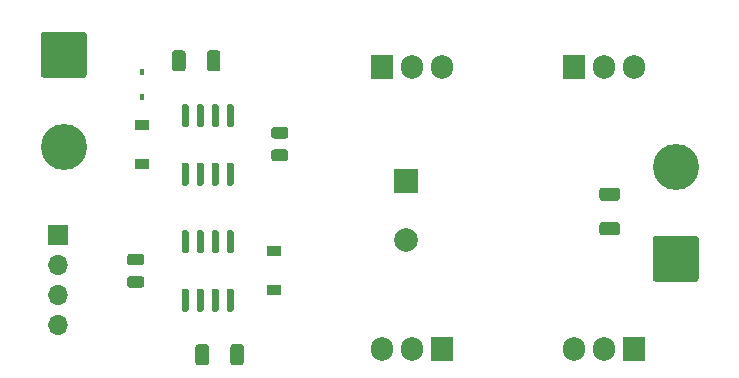
<source format=gbr>
%TF.GenerationSoftware,KiCad,Pcbnew,(5.1.7)-1*%
%TF.CreationDate,2020-11-11T23:56:32-08:00*%
%TF.ProjectId,H-Bridge,482d4272-6964-4676-952e-6b696361645f,rev?*%
%TF.SameCoordinates,PXac78580PY6fe96a0*%
%TF.FileFunction,Soldermask,Top*%
%TF.FilePolarity,Negative*%
%FSLAX46Y46*%
G04 Gerber Fmt 4.6, Leading zero omitted, Abs format (unit mm)*
G04 Created by KiCad (PCBNEW (5.1.7)-1) date 2020-11-11 23:56:32*
%MOMM*%
%LPD*%
G01*
G04 APERTURE LIST*
%ADD10O,1.700000X1.700000*%
%ADD11R,1.700000X1.700000*%
%ADD12R,1.200000X0.900000*%
%ADD13O,1.905000X2.000000*%
%ADD14R,1.905000X2.000000*%
%ADD15C,3.900000*%
%ADD16R,0.450000X0.600000*%
%ADD17C,2.000000*%
%ADD18R,2.000000X2.000000*%
G04 APERTURE END LIST*
D10*
%TO.C,J1*%
X2540000Y12700000D03*
X2540000Y15240000D03*
X2540000Y17780000D03*
D11*
X2540000Y20320000D03*
%TD*%
D12*
%TO.C,D2*%
X20828000Y18922000D03*
X20828000Y15622000D03*
%TD*%
%TO.C,D1*%
X9652000Y26290000D03*
X9652000Y29590000D03*
%TD*%
%TO.C,U2*%
G36*
G01*
X16995000Y15772000D02*
X17295000Y15772000D01*
G75*
G02*
X17445000Y15622000I0J-150000D01*
G01*
X17445000Y13972000D01*
G75*
G02*
X17295000Y13822000I-150000J0D01*
G01*
X16995000Y13822000D01*
G75*
G02*
X16845000Y13972000I0J150000D01*
G01*
X16845000Y15622000D01*
G75*
G02*
X16995000Y15772000I150000J0D01*
G01*
G37*
G36*
G01*
X15725000Y15772000D02*
X16025000Y15772000D01*
G75*
G02*
X16175000Y15622000I0J-150000D01*
G01*
X16175000Y13972000D01*
G75*
G02*
X16025000Y13822000I-150000J0D01*
G01*
X15725000Y13822000D01*
G75*
G02*
X15575000Y13972000I0J150000D01*
G01*
X15575000Y15622000D01*
G75*
G02*
X15725000Y15772000I150000J0D01*
G01*
G37*
G36*
G01*
X14455000Y15772000D02*
X14755000Y15772000D01*
G75*
G02*
X14905000Y15622000I0J-150000D01*
G01*
X14905000Y13972000D01*
G75*
G02*
X14755000Y13822000I-150000J0D01*
G01*
X14455000Y13822000D01*
G75*
G02*
X14305000Y13972000I0J150000D01*
G01*
X14305000Y15622000D01*
G75*
G02*
X14455000Y15772000I150000J0D01*
G01*
G37*
G36*
G01*
X13185000Y15772000D02*
X13485000Y15772000D01*
G75*
G02*
X13635000Y15622000I0J-150000D01*
G01*
X13635000Y13972000D01*
G75*
G02*
X13485000Y13822000I-150000J0D01*
G01*
X13185000Y13822000D01*
G75*
G02*
X13035000Y13972000I0J150000D01*
G01*
X13035000Y15622000D01*
G75*
G02*
X13185000Y15772000I150000J0D01*
G01*
G37*
G36*
G01*
X13185000Y20722000D02*
X13485000Y20722000D01*
G75*
G02*
X13635000Y20572000I0J-150000D01*
G01*
X13635000Y18922000D01*
G75*
G02*
X13485000Y18772000I-150000J0D01*
G01*
X13185000Y18772000D01*
G75*
G02*
X13035000Y18922000I0J150000D01*
G01*
X13035000Y20572000D01*
G75*
G02*
X13185000Y20722000I150000J0D01*
G01*
G37*
G36*
G01*
X14455000Y20722000D02*
X14755000Y20722000D01*
G75*
G02*
X14905000Y20572000I0J-150000D01*
G01*
X14905000Y18922000D01*
G75*
G02*
X14755000Y18772000I-150000J0D01*
G01*
X14455000Y18772000D01*
G75*
G02*
X14305000Y18922000I0J150000D01*
G01*
X14305000Y20572000D01*
G75*
G02*
X14455000Y20722000I150000J0D01*
G01*
G37*
G36*
G01*
X15725000Y20722000D02*
X16025000Y20722000D01*
G75*
G02*
X16175000Y20572000I0J-150000D01*
G01*
X16175000Y18922000D01*
G75*
G02*
X16025000Y18772000I-150000J0D01*
G01*
X15725000Y18772000D01*
G75*
G02*
X15575000Y18922000I0J150000D01*
G01*
X15575000Y20572000D01*
G75*
G02*
X15725000Y20722000I150000J0D01*
G01*
G37*
G36*
G01*
X16995000Y20722000D02*
X17295000Y20722000D01*
G75*
G02*
X17445000Y20572000I0J-150000D01*
G01*
X17445000Y18922000D01*
G75*
G02*
X17295000Y18772000I-150000J0D01*
G01*
X16995000Y18772000D01*
G75*
G02*
X16845000Y18922000I0J150000D01*
G01*
X16845000Y20572000D01*
G75*
G02*
X16995000Y20722000I150000J0D01*
G01*
G37*
%TD*%
%TO.C,U1*%
G36*
G01*
X13485000Y29440000D02*
X13185000Y29440000D01*
G75*
G02*
X13035000Y29590000I0J150000D01*
G01*
X13035000Y31240000D01*
G75*
G02*
X13185000Y31390000I150000J0D01*
G01*
X13485000Y31390000D01*
G75*
G02*
X13635000Y31240000I0J-150000D01*
G01*
X13635000Y29590000D01*
G75*
G02*
X13485000Y29440000I-150000J0D01*
G01*
G37*
G36*
G01*
X14755000Y29440000D02*
X14455000Y29440000D01*
G75*
G02*
X14305000Y29590000I0J150000D01*
G01*
X14305000Y31240000D01*
G75*
G02*
X14455000Y31390000I150000J0D01*
G01*
X14755000Y31390000D01*
G75*
G02*
X14905000Y31240000I0J-150000D01*
G01*
X14905000Y29590000D01*
G75*
G02*
X14755000Y29440000I-150000J0D01*
G01*
G37*
G36*
G01*
X16025000Y29440000D02*
X15725000Y29440000D01*
G75*
G02*
X15575000Y29590000I0J150000D01*
G01*
X15575000Y31240000D01*
G75*
G02*
X15725000Y31390000I150000J0D01*
G01*
X16025000Y31390000D01*
G75*
G02*
X16175000Y31240000I0J-150000D01*
G01*
X16175000Y29590000D01*
G75*
G02*
X16025000Y29440000I-150000J0D01*
G01*
G37*
G36*
G01*
X17295000Y29440000D02*
X16995000Y29440000D01*
G75*
G02*
X16845000Y29590000I0J150000D01*
G01*
X16845000Y31240000D01*
G75*
G02*
X16995000Y31390000I150000J0D01*
G01*
X17295000Y31390000D01*
G75*
G02*
X17445000Y31240000I0J-150000D01*
G01*
X17445000Y29590000D01*
G75*
G02*
X17295000Y29440000I-150000J0D01*
G01*
G37*
G36*
G01*
X17295000Y24490000D02*
X16995000Y24490000D01*
G75*
G02*
X16845000Y24640000I0J150000D01*
G01*
X16845000Y26290000D01*
G75*
G02*
X16995000Y26440000I150000J0D01*
G01*
X17295000Y26440000D01*
G75*
G02*
X17445000Y26290000I0J-150000D01*
G01*
X17445000Y24640000D01*
G75*
G02*
X17295000Y24490000I-150000J0D01*
G01*
G37*
G36*
G01*
X16025000Y24490000D02*
X15725000Y24490000D01*
G75*
G02*
X15575000Y24640000I0J150000D01*
G01*
X15575000Y26290000D01*
G75*
G02*
X15725000Y26440000I150000J0D01*
G01*
X16025000Y26440000D01*
G75*
G02*
X16175000Y26290000I0J-150000D01*
G01*
X16175000Y24640000D01*
G75*
G02*
X16025000Y24490000I-150000J0D01*
G01*
G37*
G36*
G01*
X14755000Y24490000D02*
X14455000Y24490000D01*
G75*
G02*
X14305000Y24640000I0J150000D01*
G01*
X14305000Y26290000D01*
G75*
G02*
X14455000Y26440000I150000J0D01*
G01*
X14755000Y26440000D01*
G75*
G02*
X14905000Y26290000I0J-150000D01*
G01*
X14905000Y24640000D01*
G75*
G02*
X14755000Y24490000I-150000J0D01*
G01*
G37*
G36*
G01*
X13485000Y24490000D02*
X13185000Y24490000D01*
G75*
G02*
X13035000Y24640000I0J150000D01*
G01*
X13035000Y26290000D01*
G75*
G02*
X13185000Y26440000I150000J0D01*
G01*
X13485000Y26440000D01*
G75*
G02*
X13635000Y26290000I0J-150000D01*
G01*
X13635000Y24640000D01*
G75*
G02*
X13485000Y24490000I-150000J0D01*
G01*
G37*
%TD*%
%TO.C,R1*%
G36*
G01*
X48650997Y21390500D02*
X49901003Y21390500D01*
G75*
G02*
X50151000Y21140503I0J-249997D01*
G01*
X50151000Y20515497D01*
G75*
G02*
X49901003Y20265500I-249997J0D01*
G01*
X48650997Y20265500D01*
G75*
G02*
X48401000Y20515497I0J249997D01*
G01*
X48401000Y21140503D01*
G75*
G02*
X48650997Y21390500I249997J0D01*
G01*
G37*
G36*
G01*
X48650997Y24315500D02*
X49901003Y24315500D01*
G75*
G02*
X50151000Y24065503I0J-249997D01*
G01*
X50151000Y23440497D01*
G75*
G02*
X49901003Y23190500I-249997J0D01*
G01*
X48650997Y23190500D01*
G75*
G02*
X48401000Y23440497I0J249997D01*
G01*
X48401000Y24065503D01*
G75*
G02*
X48650997Y24315500I249997J0D01*
G01*
G37*
%TD*%
D13*
%TO.C,Q4*%
X29972000Y10668000D03*
X32512000Y10668000D03*
D14*
X35052000Y10668000D03*
%TD*%
D13*
%TO.C,Q3*%
X51308000Y34544000D03*
X48768000Y34544000D03*
D14*
X46228000Y34544000D03*
%TD*%
D13*
%TO.C,Q2*%
X46228000Y10668000D03*
X48768000Y10668000D03*
D14*
X51308000Y10668000D03*
%TD*%
D13*
%TO.C,Q1*%
X35052000Y34544000D03*
X32512000Y34544000D03*
D14*
X29972000Y34544000D03*
%TD*%
D15*
%TO.C,J3*%
X54864000Y26088000D03*
G36*
G01*
X56563999Y16338000D02*
X53164001Y16338000D01*
G75*
G02*
X52914000Y16588001I0J250001D01*
G01*
X52914000Y19987999D01*
G75*
G02*
X53164001Y20238000I250001J0D01*
G01*
X56563999Y20238000D01*
G75*
G02*
X56814000Y19987999I0J-250001D01*
G01*
X56814000Y16588001D01*
G75*
G02*
X56563999Y16338000I-250001J0D01*
G01*
G37*
%TD*%
%TO.C,J2*%
X3048000Y27760000D03*
G36*
G01*
X1348001Y37510000D02*
X4747999Y37510000D01*
G75*
G02*
X4998000Y37259999I0J-250001D01*
G01*
X4998000Y33860001D01*
G75*
G02*
X4747999Y33610000I-250001J0D01*
G01*
X1348001Y33610000D01*
G75*
G02*
X1098000Y33860001I0J250001D01*
G01*
X1098000Y37259999D01*
G75*
G02*
X1348001Y37510000I250001J0D01*
G01*
G37*
%TD*%
D16*
%TO.C,D3*%
X9652000Y31970000D03*
X9652000Y34070000D03*
%TD*%
%TO.C,C5*%
G36*
G01*
X9619000Y17722000D02*
X8669000Y17722000D01*
G75*
G02*
X8419000Y17972000I0J250000D01*
G01*
X8419000Y18472000D01*
G75*
G02*
X8669000Y18722000I250000J0D01*
G01*
X9619000Y18722000D01*
G75*
G02*
X9869000Y18472000I0J-250000D01*
G01*
X9869000Y17972000D01*
G75*
G02*
X9619000Y17722000I-250000J0D01*
G01*
G37*
G36*
G01*
X9619000Y15822000D02*
X8669000Y15822000D01*
G75*
G02*
X8419000Y16072000I0J250000D01*
G01*
X8419000Y16572000D01*
G75*
G02*
X8669000Y16822000I250000J0D01*
G01*
X9619000Y16822000D01*
G75*
G02*
X9869000Y16572000I0J-250000D01*
G01*
X9869000Y16072000D01*
G75*
G02*
X9619000Y15822000I-250000J0D01*
G01*
G37*
%TD*%
%TO.C,C4*%
G36*
G01*
X20861000Y27556000D02*
X21811000Y27556000D01*
G75*
G02*
X22061000Y27306000I0J-250000D01*
G01*
X22061000Y26806000D01*
G75*
G02*
X21811000Y26556000I-250000J0D01*
G01*
X20861000Y26556000D01*
G75*
G02*
X20611000Y26806000I0J250000D01*
G01*
X20611000Y27306000D01*
G75*
G02*
X20861000Y27556000I250000J0D01*
G01*
G37*
G36*
G01*
X20861000Y29456000D02*
X21811000Y29456000D01*
G75*
G02*
X22061000Y29206000I0J-250000D01*
G01*
X22061000Y28706000D01*
G75*
G02*
X21811000Y28456000I-250000J0D01*
G01*
X20861000Y28456000D01*
G75*
G02*
X20611000Y28706000I0J250000D01*
G01*
X20611000Y29206000D01*
G75*
G02*
X20861000Y29456000I250000J0D01*
G01*
G37*
%TD*%
%TO.C,C3*%
G36*
G01*
X18306000Y10810001D02*
X18306000Y9509999D01*
G75*
G02*
X18056001Y9260000I-249999J0D01*
G01*
X17405999Y9260000D01*
G75*
G02*
X17156000Y9509999I0J249999D01*
G01*
X17156000Y10810001D01*
G75*
G02*
X17405999Y11060000I249999J0D01*
G01*
X18056001Y11060000D01*
G75*
G02*
X18306000Y10810001I0J-249999D01*
G01*
G37*
G36*
G01*
X15356000Y10810001D02*
X15356000Y9509999D01*
G75*
G02*
X15106001Y9260000I-249999J0D01*
G01*
X14455999Y9260000D01*
G75*
G02*
X14206000Y9509999I0J249999D01*
G01*
X14206000Y10810001D01*
G75*
G02*
X14455999Y11060000I249999J0D01*
G01*
X15106001Y11060000D01*
G75*
G02*
X15356000Y10810001I0J-249999D01*
G01*
G37*
%TD*%
%TO.C,C2*%
G36*
G01*
X15173000Y34401999D02*
X15173000Y35702001D01*
G75*
G02*
X15422999Y35952000I249999J0D01*
G01*
X16073001Y35952000D01*
G75*
G02*
X16323000Y35702001I0J-249999D01*
G01*
X16323000Y34401999D01*
G75*
G02*
X16073001Y34152000I-249999J0D01*
G01*
X15422999Y34152000D01*
G75*
G02*
X15173000Y34401999I0J249999D01*
G01*
G37*
G36*
G01*
X12223000Y34401999D02*
X12223000Y35702001D01*
G75*
G02*
X12472999Y35952000I249999J0D01*
G01*
X13123001Y35952000D01*
G75*
G02*
X13373000Y35702001I0J-249999D01*
G01*
X13373000Y34401999D01*
G75*
G02*
X13123001Y34152000I-249999J0D01*
G01*
X12472999Y34152000D01*
G75*
G02*
X12223000Y34401999I0J249999D01*
G01*
G37*
%TD*%
D17*
%TO.C,C1*%
X32004000Y19892000D03*
D18*
X32004000Y24892000D03*
%TD*%
M02*

</source>
